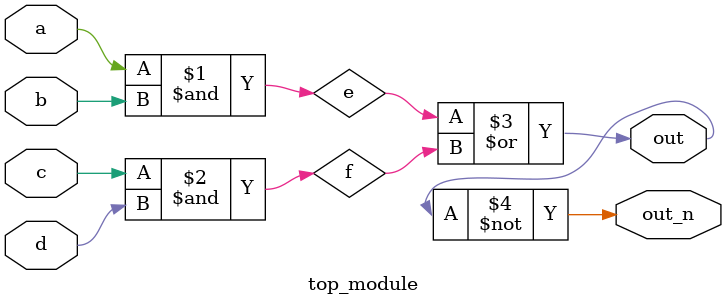
<source format=v>
`default_nettype none
module top_module(
    input a,
    input b,
    input c,
    input d,
    output out,
    output out_n   ); 
    wire e;//a_and_b
    wire f;//c_and_d
    wire g;//e_or_f
    assign e=a&b;
    assign f=c&d;
    assign out=(e|f);
    assign out_n=~out;
endmodule


</source>
